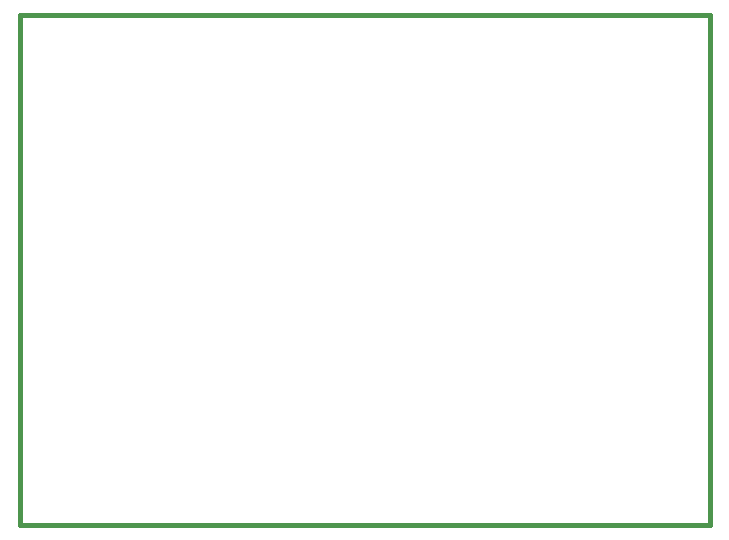
<source format=gbr>
G04 (created by PCBNEW-RS274X (2012-01-19 BZR 3256)-stable) date Sun 11 Nov 2012 10:50:56 AM CET*
G01*
G70*
G90*
%MOIN*%
G04 Gerber Fmt 3.4, Leading zero omitted, Abs format*
%FSLAX34Y34*%
G04 APERTURE LIST*
%ADD10C,0.006000*%
%ADD11C,0.015000*%
G04 APERTURE END LIST*
G54D10*
G54D11*
X69500Y-34000D02*
X69500Y-51000D01*
X46500Y-34000D02*
X69500Y-34000D01*
X46500Y-51000D02*
X46500Y-34000D01*
X46500Y-51000D02*
X69500Y-51000D01*
M02*
</source>
